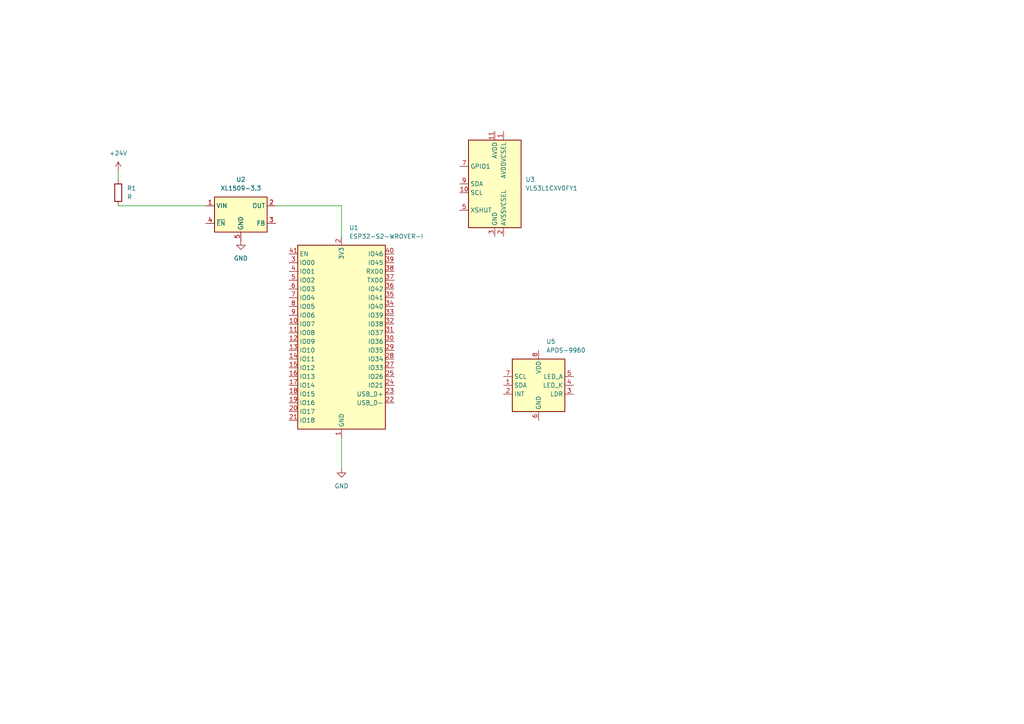
<source format=kicad_sch>
(kicad_sch (version 20231120) (generator "eeschema") (generator_version "8.0")
  (paper "A4")
  (lib_symbols
    (symbol "Device:R" (pin_numbers hide) (pin_names (offset 0))
      (property "Reference" "R" (at 2.032 0 90))
      (property "Value" "R" (at 0 0 90))
      (symbol "R_0_1"
        (rectangle (start -1.016 -2.54) (end 1.016 2.54) (stroke (width 0.254)))
      )
      (symbol "R_1_1"
        (pin passive line (at 0 3.81 270) (length 1.27) (name "~") (number "1"))
        (pin passive line (at 0 -3.81 90) (length 1.27) (name "~") (number "2"))
      )
    )
    (symbol "RF_Module:ESP32-S2-WROVER-I"
      (property "Reference" "U" (at -12.7 29.21 0))
      (property "Value" "ESP32-S2-WROVER-I" (at 2.54 29.21 0))
      (symbol "ESP32-S2-WROVER-I_0_1"
        (rectangle (start -12.7 27.94) (end 12.7 -25.4) (stroke (width 0.254)) (fill (type background)))
      )
      (symbol "ESP32-S2-WROVER-I_1_1"
        (pin power_in line (at 0 -27.94 90) (length 2.54) (name "GND") (number "1"))
        (pin bidirectional line (at -15.24 5.08 0) (length 2.54) (name "IO07") (number "10"))
        (pin bidirectional line (at -15.24 2.54 0) (length 2.54) (name "IO08") (number "11"))
        (pin bidirectional line (at -15.24 0 0) (length 2.54) (name "IO09") (number "12"))
        (pin bidirectional line (at -15.24 -2.54 0) (length 2.54) (name "IO10") (number "13"))
        (pin bidirectional line (at -15.24 -5.08 0) (length 2.54) (name "IO11") (number "14"))
        (pin bidirectional line (at -15.24 -7.62 0) (length 2.54) (name "IO12") (number "15"))
        (pin bidirectional line (at -15.24 -10.16 0) (length 2.54) (name "IO13") (number "16"))
        (pin bidirectional line (at -15.24 -12.7 0) (length 2.54) (name "IO14") (number "17"))
        (pin bidirectional line (at -15.24 -15.24 0) (length 2.54) (name "IO15") (number "18"))
        (pin bidirectional line (at -15.24 -17.78 0) (length 2.54) (name "IO16") (number "19"))
        (pin power_in line (at 0 30.48 270) (length 2.54) (name "3V3") (number "2"))
        (pin bidirectional line (at -15.24 -20.32 0) (length 2.54) (name "IO17") (number "20"))
        (pin bidirectional line (at -15.24 -22.86 0) (length 2.54) (name "IO18") (number "21"))
        (pin bidirectional line (at 15.24 -17.78 180) (length 2.54) (name "USB_D-") (number "22"))
        (pin bidirectional line (at 15.24 -15.24 180) (length 2.54) (name "USB_D+") (number "23"))
        (pin bidirectional line (at 15.24 -12.7 180) (length 2.54) (name "IO21") (number "24"))
        (pin bidirectional line (at 15.24 -10.16 180) (length 2.54) (name "IO26") (number "25"))
        (pin passive line (at 0 -27.94 90) (length 2.54) hide (name "GND") (number "26"))
        (pin bidirectional line (at 15.24 -7.62 180) (length 2.54) (name "IO33") (number "27"))
        (pin bidirectional line (at 15.24 -5.08 180) (length 2.54) (name "IO34") (number "28"))
        (pin bidirectional line (at 15.24 -2.54 180) (length 2.54) (name "IO35") (number "29"))
        (pin bidirectional line (at -15.24 22.86 0) (length 2.54) (name "IO00") (number "3"))
        (pin bidirectional line (at 15.24 0 180) (length 2.54) (name "IO36") (number "30"))
        (pin bidirectional line (at 15.24 2.54 180) (length 2.54) (name "IO37") (number "31"))
        (pin bidirectional line (at 15.24 5.08 180) (length 2.54) (name "IO38") (number "32"))
        (pin bidirectional line (at 15.24 7.62 180) (length 2.54) (name "IO39") (number "33"))
        (pin bidirectional line (at 15.24 10.16 180) (length 2.54) (name "IO40") (number "34"))
        (pin bidirectional line (at 15.24 12.7 180) (length 2.54) (name "IO41") (number "35"))
        (pin bidirectional line (at 15.24 15.24 180) (length 2.54) (name "IO42") (number "36"))
        (pin bidirectional line (at 15.24 17.78 180) (length 2.54) (name "TXD0") (number "37"))
        (pin bidirectional line (at 15.24 20.32 180) (length 2.54) (name "RXD0") (number "38"))
        (pin bidirectional line (at 15.24 22.86 180) (length 2.54) (name "IO45") (number "39"))
        (pin bidirectional line (at -15.24 20.32 0) (length 2.54) (name "IO01") (number "4"))
        (pin input line (at 15.24 25.4 180) (length 2.54) (name "IO46") (number "40"))
        (pin input line (at -15.24 25.4 0) (length 2.54) (name "EN") (number "41"))
        (pin passive line (at 0 -27.94 90) (length 2.54) hide (name "GND") (number "42"))
        (pin passive line (at 0 -27.94 90) (length 2.54) hide (name "GND") (number "43"))
        (pin bidirectional line (at -15.24 17.78 0) (length 2.54) (name "IO02") (number "5"))
        (pin bidirectional line (at -15.24 15.24 0) (length 2.54) (name "IO03") (number "6"))
        (pin bidirectional line (at -15.24 12.7 0) (length 2.54) (name "IO04") (number "7"))
        (pin bidirectional line (at -15.24 10.16 0) (length 2.54) (name "IO05") (number "8"))
        (pin bidirectional line (at -15.24 7.62 0) (length 2.54) (name "IO06") (number "9"))
      )
    )
    (symbol "Regulator_Switching:XL1509-3.3"
      (property "Reference" "U" (at -7.112 6.096 0))
      (property "Value" "XL1509-3.3" (at 5.842 6.096 0))
      (symbol "XL1509-3.3_0_1"
        (rectangle (start -7.62 5.08) (end 7.62 -5.08) (stroke (width 0.254)) (fill (type background)))
      )
      (symbol "XL1509-3.3_1_1"
        (pin power_in line (at -10.16 2.54 0) (length 2.54) (name "VIN") (number "1"))
        (pin power_out line (at 10.16 2.54 180) (length 2.54) (name "OUT") (number "2"))
        (pin input line (at 10.16 -2.54 180) (length 2.54) (name "FB") (number "3"))
        (pin input line (at -10.16 -2.54 0) (length 2.54) (name "~{EN}") (number "4"))
        (pin power_in line (at 0 -7.62 90) (length 2.54) (name "GND") (number "5"))
        (pin passive line (at 0 -7.62 90) (length 2.54) hide (name "GND") (number "6"))
        (pin passive line (at 0 -7.62 90) (length 2.54) hide (name "GND") (number "7"))
        (pin passive line (at 0 -7.62 90) (length 2.54) hide (name "GND") (number "8"))
      )
    )
    (symbol "Sensor:APDS-9960"
      (property "Reference" "U" (at -5.08 8.89 0))
      (property "Value" "APDS-9960" (at 6.35 8.89 0))
      (symbol "APDS-9960_0_1"
        (rectangle (start -7.62 7.62) (end 7.62 -7.62) (stroke (width 0.254)) (fill (type background)))
      )
      (symbol "APDS-9960_1_1"
        (pin bidirectional line (at -10.16 0 0) (length 2.54) (name "SDA") (number "1"))
        (pin open_collector line (at -10.16 -2.54 0) (length 2.54) (name "INT") (number "2"))
        (pin passive line (at 10.16 -2.54 180) (length 2.54) (name "LDR") (number "3"))
        (pin passive line (at 10.16 0 180) (length 2.54) (name "LED_K") (number "4"))
        (pin passive line (at 10.16 2.54 180) (length 2.54) (name "LED_A") (number "5"))
        (pin power_in line (at 0 -10.16 90) (length 2.54) (name "GND") (number "6"))
        (pin input line (at -10.16 2.54 0) (length 2.54) (name "SCL") (number "7"))
        (pin power_in line (at 0 10.16 270) (length 2.54) (name "VDD") (number "8"))
      )
    )
    (symbol "Sensor_Distance:VL53L1CXV0FY1"
      (property "Reference" "U" (at -6.35 13.97 0))
      (property "Value" "VL53L1CXV0FY1" (at 12.065 13.97 0))
      (symbol "VL53L1CXV0FY1_0_1"
        (rectangle (start -7.62 12.7) (end 7.62 -12.7) (stroke (width 0.254)) (fill (type background)))
      )
      (symbol "VL53L1CXV0FY1_1_1"
        (pin power_in line (at 2.54 15.24 270) (length 2.54) (name "AVDDVCSEL") (number "1"))
        (pin input line (at -10.16 -2.54 0) (length 2.54) (name "SCL") (number "10"))
        (pin power_in line (at 0 15.24 270) (length 2.54) (name "AVDD") (number "11"))
        (pin passive line (at 0 -15.24 90) (length 2.54) hide (name "GND") (number "12"))
        (pin power_in line (at 2.54 -15.24 90) (length 2.54) (name "AVSSVCSEL") (number "2"))
        (pin power_in line (at 0 -15.24 90) (length 2.54) (name "GND") (number "3"))
        (pin passive line (at 0 -15.24 90) (length 2.54) hide (name "GND") (number "4"))
        (pin input line (at -10.16 -7.62 0) (length 2.54) (name "XSHUT") (number "5"))
        (pin passive line (at 0 -15.24 90) (length 2.54) hide (name "GND") (number "6"))
        (pin open_collector line (at -10.16 5.08 0) (length 2.54) (name "GPIO1") (number "7"))
        (pin no_connect line (at -7.62 7.62 0) (length 2.54) hide (name "DNC") (number "8"))
        (pin bidirectional line (at -10.16 0 0) (length 2.54) (name "SDA") (number "9"))
      )
    )
    (symbol "power:+24V" (power) (pin_numbers hide) (pin_names (offset 0) hide)
      (property "Value" "+24V" (at 0 3.556 0))
      (symbol "+24V_0_1"
        (polyline (pts (xy -0.762 1.27) (xy 0 2.54)))
        (polyline (pts (xy 0 0) (xy 0 2.54)))
        (polyline (pts (xy 0 2.54) (xy 0.762 1.27)))
      )
      (symbol "+24V_1_1"
        (pin power_in line (at 0 0 90) (length 0) (name "~") (number "1"))
      )
    )
    (symbol "power:GND" (power) (pin_numbers hide) (pin_names (offset 0) hide)
      (property "Value" "GND" (at 0 -3.81 0))
      (symbol "GND_0_1"
        (polyline (pts (xy 0 0) (xy 0 -1.27) (xy 1.27 -1.27) (xy 0 -2.54) (xy -1.27 -1.27) (xy 0 -1.27)))
      )
      (symbol "GND_1_1"
        (pin power_in line (at 0 0 270) (length 0) (name "~") (number "1"))
      )
    )
  )
  (wire (pts (xy 34.29 59.69) (xy 59.69 59.69)))
  (wire (pts (xy 99.06 127) (xy 99.06 135.89)))
  (wire (pts (xy 80.01 59.69) (xy 99.06 59.69)))
  (wire (pts (xy 99.06 59.69) (xy 99.06 68.58)))
  (wire (pts (xy 34.29 52.07) (xy 34.29 49.53)))
  (symbol (lib_id "Sensor_Distance:VL53L1CXV0FY1") (at 143.51 53.34 0) (unit 1)
    (property "Reference" "U3" (at 152.4 52.0699 0) (effects (justify left)))
    (property "Value" "VL53L1CXV0FY1" (at 152.4 54.6099 0) (effects (justify left)))
    (property "Footprint" "Sensor_Distance:ST_VL53L1x" (effects (hide yes)))
    (property "Datasheet" "https://www.st.com/resource/en/datasheet/vl53l1x.pdf" (effects (hide yes)))
    (property "Description" "4m distance ranging ToF sensor, Optical LGA12" (effects (hide yes)))
  )
  (symbol (lib_id "Regulator_Switching:XL1509-3.3") (at 69.85 62.23 0) (unit 1)
    (property "Reference" "U2" (at 69.85 52.07 0))
    (property "Value" "XL1509-3.3" (at 69.85 54.61 0))
    (property "Footprint" "Package_SO:SOIC-8_3.9x4.9mm_P1.27mm" (effects (hide yes)))
    (property "Datasheet" "https://datasheet.lcsc.com/lcsc/1809050422_XLSEMI-XL1509-5-0E1_C61063.pdf" (effects (hide yes)))
    (property "Description" "Buck DC/DC Converter, 2A, 3.3V Output Voltage, 4.5-40V Input Voltage" (effects (hide yes)))
  )
  (symbol (lib_id "Sensor:APDS-9960") (at 156.21 111.76 0) (unit 1)
    (property "Reference" "U5" (at 158.4041 99.06 0) (effects (justify left)))
    (property "Value" "APDS-9960" (at 158.4041 101.6 0) (effects (justify left)))
    (property "Footprint" "Sensor:Avago_APDS-9960" (effects (hide yes)))
    (property "Datasheet" "https://docs.broadcom.com/doc/AV02-4191EN" (effects (hide yes)))
    (property "Description" "Digital Proximity, Ambient Light, RGB and Gesture Sensor" (effects (hide yes)))
  )
  (symbol (lib_id "power:GND") (at 69.85 69.85 0) (unit 1)
    (property "Reference" "#PWR03" (effects (hide yes)))
    (property "Value" "GND" (at 69.85 74.93 0))
    (property "Description" "Power symbol creates a global label with name \"GND\" , ground" (effects (hide yes)))
  )
  (symbol (lib_id "power:+24V") (at 34.29 49.53 0) (unit 1)
    (property "Reference" "#PWR02" (effects (hide yes)))
    (property "Value" "+24V" (at 34.29 44.45 0))
    (property "Description" "Power symbol creates a global label with name \"+24V\"" (effects (hide yes)))
  )
  (symbol (lib_id "power:GND") (at 99.06 135.89 0) (unit 1)
    (property "Reference" "#PWR01" (effects (hide yes)))
    (property "Value" "GND" (at 99.06 140.97 0))
    (property "Description" "Power symbol creates a global label with name \"GND\" , ground" (effects (hide yes)))
  )
  (symbol (lib_id "Device:R") (at 34.29 55.88 0) (unit 1)
    (property "Reference" "R1" (at 36.83 54.6099 0) (effects (justify left)))
    (property "Value" "R" (at 36.83 57.1499 0) (effects (justify left)))
    (property "Description" "Resistor" (effects (hide yes)))
  )
  (symbol (lib_id "RF_Module:ESP32-S2-WROVER-I") (at 99.06 99.06 0) (unit 1)
    (property "Reference" "U1" (at 101.2541 66.04 0) (effects (justify left)))
    (property "Value" "ESP32-S2-WROVER-I" (at 101.2541 68.58 0) (effects (justify left)))
    (property "Footprint" "RF_Module:ESP32-S2-WROVER" (effects (hide yes)))
    (property "Datasheet" "https://www.espressif.com/sites/default/files/documentation/esp32-s2-wroom_esp32-s2-wroom-i_datasheet_en.pdf" (effects (hide yes)))
    (property "Description" "RF Module, ESP32-D0WDQ6 SoC, Wi-Fi 802.11b/g/n, 32-bit, 2.7-3.6V, onboard antenna, SMD" (effects (hide yes)))
  )
)
</source>
